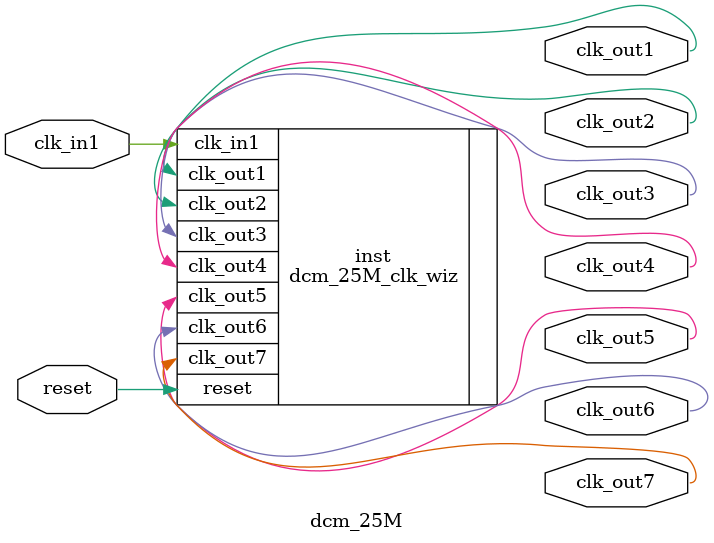
<source format=v>


`timescale 1ps/1ps

(* CORE_GENERATION_INFO = "dcm_25M,clk_wiz_v6_0_2_0_0,{component_name=dcm_25M,use_phase_alignment=true,use_min_o_jitter=false,use_max_i_jitter=false,use_dyn_phase_shift=false,use_inclk_switchover=false,use_dyn_reconfig=false,enable_axi=0,feedback_source=FDBK_AUTO,PRIMITIVE=MMCM,num_out_clk=7,clkin1_period=10.000,clkin2_period=10.000,use_power_down=false,use_reset=true,use_locked=false,use_inclk_stopped=false,feedback_type=SINGLE,CLOCK_MGR_TYPE=NA,manual_override=false}" *)

module dcm_25M 
 (
  // Clock out ports
  output        clk_out1,
  output        clk_out2,
  output        clk_out3,
  output        clk_out4,
  output        clk_out5,
  output        clk_out6,
  output        clk_out7,
  // Status and control signals
  input         reset,
 // Clock in ports
  input         clk_in1
 );

  dcm_25M_clk_wiz inst
  (
  // Clock out ports  
  .clk_out1(clk_out1),
  .clk_out2(clk_out2),
  .clk_out3(clk_out3),
  .clk_out4(clk_out4),
  .clk_out5(clk_out5),
  .clk_out6(clk_out6),
  .clk_out7(clk_out7),
  // Status and control signals               
  .reset(reset), 
 // Clock in ports
  .clk_in1(clk_in1)
  );

endmodule

</source>
